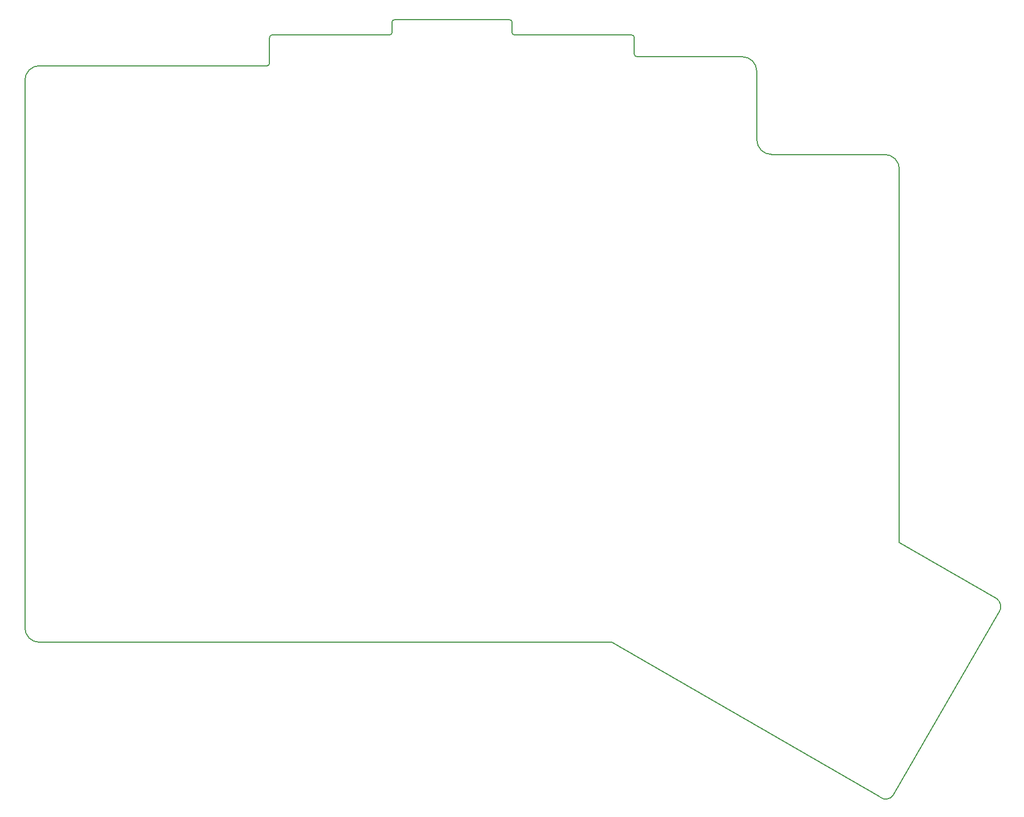
<source format=gm1>
G04 #@! TF.GenerationSoftware,KiCad,Pcbnew,(5.1.9-0-10_14)*
G04 #@! TF.CreationDate,2021-11-03T21:24:08+01:00*
G04 #@! TF.ProjectId,taira-bottom-plate,74616972-612d-4626-9f74-746f6d2d706c,1.0*
G04 #@! TF.SameCoordinates,Original*
G04 #@! TF.FileFunction,Profile,NP*
%FSLAX46Y46*%
G04 Gerber Fmt 4.6, Leading zero omitted, Abs format (unit mm)*
G04 Created by KiCad (PCBNEW (5.1.9-0-10_14)) date 2021-11-03 21:24:08*
%MOMM*%
%LPD*%
G01*
G04 APERTURE LIST*
G04 #@! TA.AperFunction,Profile*
%ADD10C,0.150000*%
G04 #@! TD*
G04 APERTURE END LIST*
D10*
X115926000Y-40779000D02*
X115926000Y-44785000D01*
X115546000Y-45165000D02*
X80206000Y-45165000D01*
X115926000Y-44785000D02*
G75*
G02*
X115546000Y-45165000I-380000J0D01*
G01*
X115926000Y-40779000D02*
G75*
G02*
X116306000Y-40399000I380000J0D01*
G01*
X134542000Y-40399000D02*
X116306000Y-40399000D01*
X134922000Y-40019000D02*
G75*
G02*
X134542000Y-40399000I-380000J0D01*
G01*
X134922000Y-40019000D02*
X134922000Y-38398000D01*
X134922000Y-38398000D02*
G75*
G02*
X135302000Y-38018000I380000J0D01*
G01*
X153185000Y-38017000D02*
X135302000Y-38018000D01*
X172180000Y-40400000D02*
X153945000Y-40400000D01*
X153185000Y-38017000D02*
G75*
G02*
X153565000Y-38397000I0J-380000D01*
G01*
X153565000Y-40020000D02*
X153565000Y-38397000D01*
X153945000Y-40400000D02*
G75*
G02*
X153565000Y-40020000I0J380000D01*
G01*
X172560000Y-43379000D02*
X172560000Y-40780000D01*
X172180000Y-40400000D02*
G75*
G02*
X172560000Y-40780000I0J-380000D01*
G01*
X172940000Y-43759000D02*
G75*
G02*
X172560000Y-43379000I0J380000D01*
G01*
X191570000Y-56674000D02*
G75*
G03*
X193856000Y-58960000I2286000J0D01*
G01*
X191570000Y-46046000D02*
G75*
G03*
X189284000Y-43760000I-2286000J0D01*
G01*
X191570000Y-56674000D02*
X191570000Y-46046000D01*
X213710000Y-61246000D02*
G75*
G03*
X211424000Y-58960000I-2286000J0D01*
G01*
X213710000Y-61246000D02*
X213710000Y-119261000D01*
X193856000Y-58960000D02*
X211424000Y-58960000D01*
X189284000Y-43760000D02*
X172940000Y-43759000D01*
X213710000Y-119261000D02*
X228796000Y-127992000D01*
X229177000Y-130151000D02*
G75*
G03*
X228796000Y-127992000I-1270000J889000D01*
G01*
X212755000Y-158597000D02*
X229177000Y-130151000D01*
X210699455Y-158854935D02*
G75*
G03*
X212755000Y-158597000I902545J1126935D01*
G01*
X169040000Y-134800000D02*
X210699455Y-158854935D01*
X80206000Y-134800000D02*
X169040000Y-134800000D01*
X77920000Y-132514000D02*
G75*
G03*
X80206000Y-134800000I2286000J0D01*
G01*
X77920000Y-132514000D02*
X77920000Y-47451000D01*
X80206000Y-45165000D02*
G75*
G03*
X77920000Y-47451000I0J-2286000D01*
G01*
M02*

</source>
